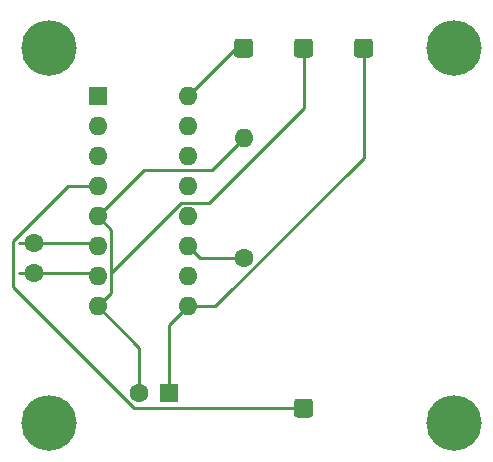
<source format=gtl>
%TF.GenerationSoftware,KiCad,Pcbnew,(5.1.6)-1*%
%TF.CreationDate,2020-08-15T20:34:50-04:00*%
%TF.ProjectId,VCO,56434f2e-6b69-4636-9164-5f7063625858,rev?*%
%TF.SameCoordinates,Original*%
%TF.FileFunction,Copper,L1,Top*%
%TF.FilePolarity,Positive*%
%FSLAX46Y46*%
G04 Gerber Fmt 4.6, Leading zero omitted, Abs format (unit mm)*
G04 Created by KiCad (PCBNEW (5.1.6)-1) date 2020-08-15 20:34:50*
%MOMM*%
%LPD*%
G01*
G04 APERTURE LIST*
%TA.AperFunction,ComponentPad*%
%ADD10C,4.700000*%
%TD*%
%TA.AperFunction,ComponentPad*%
%ADD11O,1.600000X1.600000*%
%TD*%
%TA.AperFunction,ComponentPad*%
%ADD12R,1.600000X1.600000*%
%TD*%
%TA.AperFunction,ComponentPad*%
%ADD13C,1.600000*%
%TD*%
%TA.AperFunction,Conductor*%
%ADD14C,0.250000*%
%TD*%
G04 APERTURE END LIST*
D10*
%TO.P,REF\u002A\u002A,1*%
%TO.N,N/C*%
X154940000Y-115570000D03*
%TD*%
%TO.P,REF\u002A\u002A,1*%
%TO.N,N/C*%
X120650000Y-115570000D03*
%TD*%
%TO.P,REF\u002A\u002A,1*%
%TO.N,N/C*%
X120650000Y-83820000D03*
%TD*%
%TO.P,REF\u002A\u002A,1*%
%TO.N,N/C*%
X154940000Y-83820000D03*
%TD*%
%TO.P,GND,1*%
%TO.N,Earth*%
%TA.AperFunction,ComponentPad*%
G36*
G01*
X141440000Y-84370000D02*
X141440000Y-83270000D01*
G75*
G02*
X141690000Y-83020000I250000J0D01*
G01*
X142790000Y-83020000D01*
G75*
G02*
X143040000Y-83270000I0J-250000D01*
G01*
X143040000Y-84370000D01*
G75*
G02*
X142790000Y-84620000I-250000J0D01*
G01*
X141690000Y-84620000D01*
G75*
G02*
X141440000Y-84370000I0J250000D01*
G01*
G37*
%TD.AperFunction*%
%TD*%
%TO.P,VDD,1*%
%TO.N,Net-(U1-Pad16)*%
%TA.AperFunction,ComponentPad*%
G36*
G01*
X136360000Y-84370000D02*
X136360000Y-83270000D01*
G75*
G02*
X136610000Y-83020000I250000J0D01*
G01*
X137710000Y-83020000D01*
G75*
G02*
X137960000Y-83270000I0J-250000D01*
G01*
X137960000Y-84370000D01*
G75*
G02*
X137710000Y-84620000I-250000J0D01*
G01*
X136610000Y-84620000D01*
G75*
G02*
X136360000Y-84370000I0J250000D01*
G01*
G37*
%TD.AperFunction*%
%TD*%
%TO.P,VCO OUT,1*%
%TO.N,Net-(U1-Pad4)*%
%TA.AperFunction,ComponentPad*%
G36*
G01*
X141440000Y-114850000D02*
X141440000Y-113750000D01*
G75*
G02*
X141690000Y-113500000I250000J0D01*
G01*
X142790000Y-113500000D01*
G75*
G02*
X143040000Y-113750000I0J-250000D01*
G01*
X143040000Y-114850000D01*
G75*
G02*
X142790000Y-115100000I-250000J0D01*
G01*
X141690000Y-115100000D01*
G75*
G02*
X141440000Y-114850000I0J250000D01*
G01*
G37*
%TD.AperFunction*%
%TD*%
%TO.P,VCO IN,1*%
%TO.N,Net-(C2-Pad1)*%
%TA.AperFunction,ComponentPad*%
G36*
G01*
X146520000Y-84370000D02*
X146520000Y-83270000D01*
G75*
G02*
X146770000Y-83020000I250000J0D01*
G01*
X147870000Y-83020000D01*
G75*
G02*
X148120000Y-83270000I0J-250000D01*
G01*
X148120000Y-84370000D01*
G75*
G02*
X147870000Y-84620000I-250000J0D01*
G01*
X146770000Y-84620000D01*
G75*
G02*
X146520000Y-84370000I0J250000D01*
G01*
G37*
%TD.AperFunction*%
%TD*%
D11*
%TO.P,U1,16*%
%TO.N,Net-(U1-Pad16)*%
X132430000Y-87890000D03*
%TO.P,U1,8*%
%TO.N,Earth*%
X124810000Y-105670000D03*
%TO.P,U1,15*%
%TO.N,Net-(U1-Pad15)*%
X132430000Y-90430000D03*
%TO.P,U1,7*%
%TO.N,Net-(C1-Pad2)*%
X124810000Y-103130000D03*
%TO.P,U1,14*%
%TO.N,Net-(U1-Pad14)*%
X132430000Y-92970000D03*
%TO.P,U1,6*%
%TO.N,Net-(C1-Pad1)*%
X124810000Y-100590000D03*
%TO.P,U1,13*%
%TO.N,Net-(U1-Pad13)*%
X132430000Y-95510000D03*
%TO.P,U1,5*%
%TO.N,Earth*%
X124810000Y-98050000D03*
%TO.P,U1,12*%
%TO.N,Net-(U1-Pad12)*%
X132430000Y-98050000D03*
%TO.P,U1,4*%
%TO.N,Net-(U1-Pad4)*%
X124810000Y-95510000D03*
%TO.P,U1,11*%
%TO.N,Net-(R1-Pad1)*%
X132430000Y-100590000D03*
%TO.P,U1,3*%
%TO.N,Net-(U1-Pad3)*%
X124810000Y-92970000D03*
%TO.P,U1,10*%
%TO.N,Net-(U1-Pad10)*%
X132430000Y-103130000D03*
%TO.P,U1,2*%
%TO.N,Net-(U1-Pad2)*%
X124810000Y-90430000D03*
%TO.P,U1,9*%
%TO.N,Net-(C2-Pad1)*%
X132430000Y-105670000D03*
D12*
%TO.P,U1,1*%
%TO.N,Net-(U1-Pad1)*%
X124810000Y-87890000D03*
%TD*%
D11*
%TO.P,R1,2*%
%TO.N,Earth*%
X137160000Y-91440000D03*
D13*
%TO.P,R1,1*%
%TO.N,Net-(R1-Pad1)*%
X137160000Y-101600000D03*
%TD*%
%TO.P,C2,2*%
%TO.N,Earth*%
X128310000Y-113030000D03*
D12*
%TO.P,C2,1*%
%TO.N,Net-(C2-Pad1)*%
X130810000Y-113030000D03*
%TD*%
D13*
%TO.P,C1,2*%
%TO.N,Net-(C1-Pad2)*%
X119380000Y-102830000D03*
%TO.P,C1,1*%
%TO.N,Net-(C1-Pad1)*%
X119380000Y-100330000D03*
%TD*%
D14*
%TO.N,Net-(C1-Pad2)*%
X124510000Y-102830000D02*
X124810000Y-103130000D01*
X118110000Y-102830000D02*
X124510000Y-102830000D01*
%TO.N,Net-(C1-Pad1)*%
X124550000Y-100330000D02*
X124810000Y-100590000D01*
X118110000Y-100330000D02*
X124550000Y-100330000D01*
%TO.N,Net-(C2-Pad1)*%
X130810000Y-107290000D02*
X132430000Y-105670000D01*
X130810000Y-113030000D02*
X130810000Y-107290000D01*
X147320000Y-93105002D02*
X134755002Y-105670000D01*
X134755002Y-105670000D02*
X132430000Y-105670000D01*
X147320000Y-83820000D02*
X147320000Y-93105002D01*
%TO.N,Earth*%
X128764999Y-94095001D02*
X124810000Y-98050000D01*
X134504999Y-94095001D02*
X128764999Y-94095001D01*
X137160000Y-91440000D02*
X134504999Y-94095001D01*
X128310000Y-109170000D02*
X124810000Y-105670000D01*
X128310000Y-113030000D02*
X128310000Y-109170000D01*
X125935001Y-99175001D02*
X125935001Y-104544999D01*
X124810000Y-98050000D02*
X125935001Y-99175001D01*
X125935001Y-104544999D02*
X124810000Y-105670000D01*
X125935001Y-102879997D02*
X125935001Y-104544999D01*
X131889999Y-96924999D02*
X125935001Y-102879997D01*
X134215001Y-96924999D02*
X131889999Y-96924999D01*
X142240000Y-83820000D02*
X142240000Y-88900000D01*
X142240000Y-88900000D02*
X134215001Y-96924999D01*
%TO.N,Net-(R1-Pad1)*%
X133440000Y-101600000D02*
X132430000Y-100590000D01*
X137160000Y-101600000D02*
X133440000Y-101600000D01*
%TO.N,Net-(U1-Pad16)*%
X136500000Y-83820000D02*
X132430000Y-87890000D01*
X137160000Y-83820000D02*
X136500000Y-83820000D01*
%TO.N,Net-(U1-Pad4)*%
X122293590Y-95510000D02*
X124810000Y-95510000D01*
X117659990Y-100143600D02*
X122293590Y-95510000D01*
X117659990Y-104044992D02*
X117659990Y-100143600D01*
X127914998Y-114300000D02*
X117659990Y-104044992D01*
X142240000Y-114300000D02*
X127914998Y-114300000D01*
%TD*%
M02*

</source>
